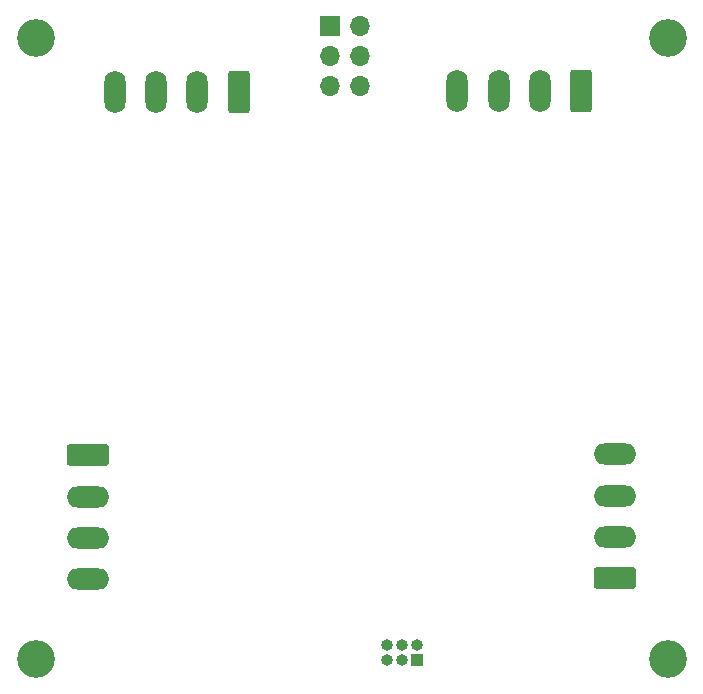
<source format=gbr>
%TF.GenerationSoftware,KiCad,Pcbnew,7.0.10*%
%TF.CreationDate,2024-01-30T15:52:27+01:00*%
%TF.ProjectId,BloX_ABC_MkII,426c6f58-5f41-4424-935f-4d6b49492e6b,rev?*%
%TF.SameCoordinates,Original*%
%TF.FileFunction,Soldermask,Bot*%
%TF.FilePolarity,Negative*%
%FSLAX46Y46*%
G04 Gerber Fmt 4.6, Leading zero omitted, Abs format (unit mm)*
G04 Created by KiCad (PCBNEW 7.0.10) date 2024-01-30 15:52:27*
%MOMM*%
%LPD*%
G01*
G04 APERTURE LIST*
G04 Aperture macros list*
%AMRoundRect*
0 Rectangle with rounded corners*
0 $1 Rounding radius*
0 $2 $3 $4 $5 $6 $7 $8 $9 X,Y pos of 4 corners*
0 Add a 4 corners polygon primitive as box body*
4,1,4,$2,$3,$4,$5,$6,$7,$8,$9,$2,$3,0*
0 Add four circle primitives for the rounded corners*
1,1,$1+$1,$2,$3*
1,1,$1+$1,$4,$5*
1,1,$1+$1,$6,$7*
1,1,$1+$1,$8,$9*
0 Add four rect primitives between the rounded corners*
20,1,$1+$1,$2,$3,$4,$5,0*
20,1,$1+$1,$4,$5,$6,$7,0*
20,1,$1+$1,$6,$7,$8,$9,0*
20,1,$1+$1,$8,$9,$2,$3,0*%
G04 Aperture macros list end*
%ADD10C,3.200000*%
%ADD11O,1.800000X3.600000*%
%ADD12RoundRect,0.250000X0.650000X1.550000X-0.650000X1.550000X-0.650000X-1.550000X0.650000X-1.550000X0*%
%ADD13O,1.700000X1.700000*%
%ADD14R,1.700000X1.700000*%
%ADD15O,3.600000X1.800000*%
%ADD16RoundRect,0.250000X1.550000X-0.650000X1.550000X0.650000X-1.550000X0.650000X-1.550000X-0.650000X0*%
%ADD17RoundRect,0.250000X-1.550000X0.650000X-1.550000X-0.650000X1.550000X-0.650000X1.550000X0.650000X0*%
%ADD18O,1.000000X1.000000*%
%ADD19R,1.000000X1.000000*%
G04 APERTURE END LIST*
D10*
%TO.C,REF\u002A\u002A*%
X78000000Y-115500000D03*
%TD*%
%TO.C,REF\u002A\u002A*%
X131500000Y-115500000D03*
%TD*%
%TO.C,REF\u002A\u002A*%
X78000000Y-63000000D03*
%TD*%
%TO.C,REF\u002A\u002A*%
X131500000Y-63000000D03*
%TD*%
D11*
%TO.C,J103*%
X84695000Y-67500000D03*
X88195000Y-67500000D03*
X91695000Y-67500000D03*
D12*
X95195000Y-67500000D03*
%TD*%
%TO.C,J802*%
X124195000Y-67432500D03*
D11*
X120695000Y-67432500D03*
X117195000Y-67432500D03*
X113695000Y-67432500D03*
%TD*%
D13*
%TO.C,J801*%
X105500000Y-67040000D03*
X102960000Y-67040000D03*
X105500000Y-64500000D03*
X102960000Y-64500000D03*
X105500000Y-61960000D03*
D14*
X102960000Y-61960000D03*
%TD*%
D15*
%TO.C,J102*%
X127067500Y-98195000D03*
X127067500Y-101695000D03*
X127067500Y-105195000D03*
D16*
X127067500Y-108695000D03*
%TD*%
D17*
%TO.C,J101*%
X82432500Y-98305000D03*
D15*
X82432500Y-101805000D03*
X82432500Y-105305000D03*
X82432500Y-108805000D03*
%TD*%
D18*
%TO.C,U201*%
X107735000Y-114375000D03*
X107735000Y-115645000D03*
X109005000Y-114375000D03*
X109005000Y-115645000D03*
X110275000Y-114375000D03*
D19*
X110275000Y-115645000D03*
%TD*%
M02*

</source>
